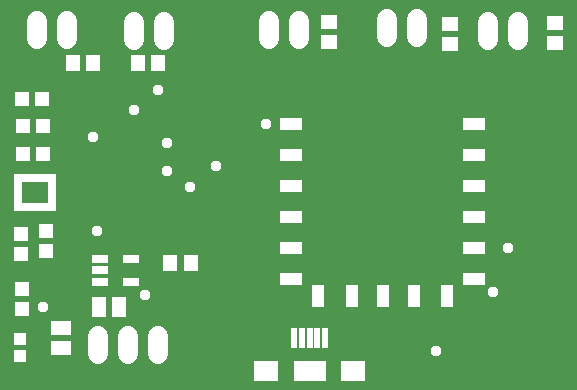
<source format=gbr>
G04 EAGLE Gerber RS-274X export*
G75*
%MOMM*%
%FSLAX34Y34*%
%LPD*%
%INSoldermask Top*%
%IPNEG*%
%AMOC8*
5,1,8,0,0,1.08239X$1,22.5*%
G01*
%ADD10R,1.203200X1.303200*%
%ADD11C,1.727200*%
%ADD12R,1.303200X1.203200*%
%ADD13R,1.651000X1.168400*%
%ADD14R,1.168400X1.651000*%
%ADD15R,0.603200X1.653200*%
%ADD16R,2.000000X1.700000*%
%ADD17R,2.700000X1.700000*%
%ADD18R,1.003200X1.003200*%
%ADD19R,1.208800X1.403197*%
%ADD20R,1.403197X1.208800*%
%ADD21R,1.981200X1.117600*%
%ADD22R,1.117600X1.981200*%
%ADD23R,0.473200X0.653200*%
%ADD24R,0.653200X0.473200*%
%ADD25R,1.403200X0.803200*%
%ADD26C,0.959600*%


D10*
X43100Y141400D03*
X43100Y124400D03*
D11*
X60250Y304130D02*
X60250Y319370D01*
X34850Y319370D02*
X34850Y304130D01*
X142600Y303030D02*
X142600Y318270D01*
X117200Y318270D02*
X117200Y303030D01*
X256600Y304280D02*
X256600Y319520D01*
X231200Y319520D02*
X231200Y304280D01*
X356850Y305530D02*
X356850Y320770D01*
X331450Y320770D02*
X331450Y305530D01*
X442100Y303030D02*
X442100Y318270D01*
X416700Y318270D02*
X416700Y303030D01*
X137600Y53020D02*
X137600Y37780D01*
X112200Y37780D02*
X112200Y53020D01*
X86800Y53020D02*
X86800Y37780D01*
D12*
X22550Y252900D03*
X39550Y252900D03*
X23450Y230400D03*
X40450Y230400D03*
X22850Y206400D03*
X39850Y206400D03*
D10*
X21500Y138900D03*
X21500Y121900D03*
D13*
X55600Y59005D03*
X55600Y42495D03*
D14*
X87595Y77000D03*
X104105Y77000D03*
D15*
X265850Y50550D03*
X259350Y50550D03*
X252850Y50550D03*
X272350Y50550D03*
X278850Y50550D03*
D16*
X229010Y23300D03*
X302690Y23300D03*
D17*
X265850Y23300D03*
D18*
X21050Y50500D03*
X21050Y35500D03*
D19*
X65372Y283700D03*
X82428Y283700D03*
X120622Y283700D03*
X137678Y283700D03*
D20*
X281900Y301422D03*
X281900Y318478D03*
X384650Y300172D03*
X384650Y317228D03*
X473850Y318028D03*
X473850Y300972D03*
D19*
X165128Y114500D03*
X148072Y114500D03*
D12*
X22000Y92200D03*
X22000Y75200D03*
D21*
X250350Y153500D03*
X250350Y206000D03*
X250350Y127250D03*
X250350Y179750D03*
X250350Y232250D03*
X250350Y101000D03*
X405350Y179750D03*
X405350Y153500D03*
X405350Y127250D03*
X405350Y206000D03*
X405350Y232250D03*
X405350Y101000D03*
D22*
X273350Y86500D03*
X301350Y86500D03*
X327850Y86500D03*
X354350Y86500D03*
X382350Y86500D03*
D23*
X48450Y162150D03*
D24*
X48150Y167950D03*
X48150Y172250D03*
X48150Y176550D03*
X48150Y180850D03*
D23*
X48450Y186650D03*
X44150Y186650D03*
X39850Y186650D03*
X35550Y186650D03*
X31250Y186650D03*
X26950Y186650D03*
X22650Y186650D03*
X18350Y186650D03*
D24*
X18650Y180850D03*
X18650Y176550D03*
X18650Y172250D03*
X18650Y167950D03*
D23*
X18350Y162150D03*
X22650Y162150D03*
X26950Y162150D03*
X31250Y162150D03*
X35550Y162150D03*
X39850Y162150D03*
X44150Y162150D03*
D25*
X114710Y117700D03*
X114710Y98700D03*
X88590Y117700D03*
X88590Y108200D03*
X88590Y98700D03*
D26*
X86250Y141250D03*
X228750Y232500D03*
X40000Y77500D03*
X126250Y87500D03*
X372500Y40000D03*
X145000Y216250D03*
X117500Y243750D03*
X433750Y127500D03*
X145000Y192500D03*
X421250Y90000D03*
X137500Y261250D03*
X186250Y196250D03*
X82500Y221250D03*
X165000Y178750D03*
M02*

</source>
